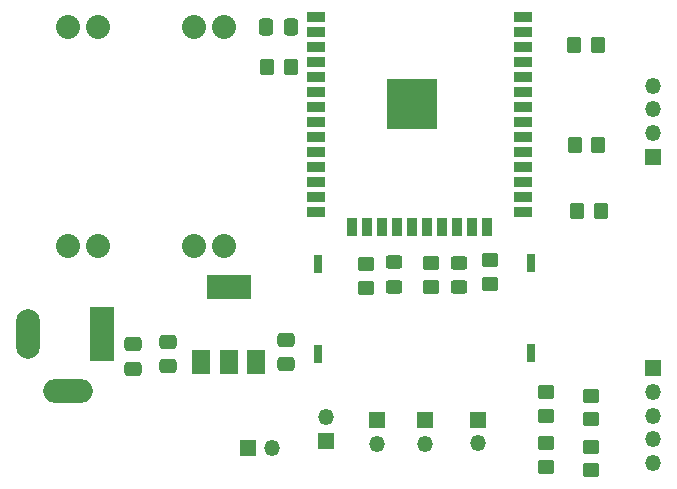
<source format=gbr>
%TF.GenerationSoftware,KiCad,Pcbnew,7.0.1*%
%TF.CreationDate,2023-03-21T16:33:25+01:00*%
%TF.ProjectId,Laserdinges,4c617365-7264-4696-9e67-65732e6b6963,rev?*%
%TF.SameCoordinates,Original*%
%TF.FileFunction,Soldermask,Top*%
%TF.FilePolarity,Negative*%
%FSLAX46Y46*%
G04 Gerber Fmt 4.6, Leading zero omitted, Abs format (unit mm)*
G04 Created by KiCad (PCBNEW 7.0.1) date 2023-03-21 16:33:25*
%MOMM*%
%LPD*%
G01*
G04 APERTURE LIST*
G04 Aperture macros list*
%AMRoundRect*
0 Rectangle with rounded corners*
0 $1 Rounding radius*
0 $2 $3 $4 $5 $6 $7 $8 $9 X,Y pos of 4 corners*
0 Add a 4 corners polygon primitive as box body*
4,1,4,$2,$3,$4,$5,$6,$7,$8,$9,$2,$3,0*
0 Add four circle primitives for the rounded corners*
1,1,$1+$1,$2,$3*
1,1,$1+$1,$4,$5*
1,1,$1+$1,$6,$7*
1,1,$1+$1,$8,$9*
0 Add four rect primitives between the rounded corners*
20,1,$1+$1,$2,$3,$4,$5,0*
20,1,$1+$1,$4,$5,$6,$7,0*
20,1,$1+$1,$6,$7,$8,$9,0*
20,1,$1+$1,$8,$9,$2,$3,0*%
G04 Aperture macros list end*
%ADD10R,1.500000X0.900000*%
%ADD11R,0.900000X1.500000*%
%ADD12C,0.600000*%
%ADD13R,4.200000X4.200000*%
%ADD14O,1.350000X1.350000*%
%ADD15R,1.350000X1.350000*%
%ADD16RoundRect,0.250000X0.350000X0.450000X-0.350000X0.450000X-0.350000X-0.450000X0.350000X-0.450000X0*%
%ADD17RoundRect,0.250000X-0.350000X-0.450000X0.350000X-0.450000X0.350000X0.450000X-0.350000X0.450000X0*%
%ADD18RoundRect,0.250000X-0.475000X0.337500X-0.475000X-0.337500X0.475000X-0.337500X0.475000X0.337500X0*%
%ADD19RoundRect,0.250000X0.450000X-0.325000X0.450000X0.325000X-0.450000X0.325000X-0.450000X-0.325000X0*%
%ADD20RoundRect,0.250000X0.450000X-0.350000X0.450000X0.350000X-0.450000X0.350000X-0.450000X-0.350000X0*%
%ADD21R,2.000000X4.600000*%
%ADD22O,2.000000X4.200000*%
%ADD23O,4.200000X2.000000*%
%ADD24R,0.760000X1.600000*%
%ADD25RoundRect,0.250000X-0.450000X0.350000X-0.450000X-0.350000X0.450000X-0.350000X0.450000X0.350000X0*%
%ADD26RoundRect,0.250000X0.475000X-0.337500X0.475000X0.337500X-0.475000X0.337500X-0.475000X-0.337500X0*%
%ADD27C,2.032000*%
%ADD28R,1.500000X2.000000*%
%ADD29R,3.800000X2.000000*%
%ADD30RoundRect,0.250000X0.337500X0.475000X-0.337500X0.475000X-0.337500X-0.475000X0.337500X-0.475000X0*%
G04 APERTURE END LIST*
D10*
%TO.C,U1*%
X105058400Y-64632600D03*
X105058400Y-65902600D03*
X105058400Y-67172600D03*
X105058400Y-68442600D03*
X105058400Y-69712600D03*
X105058400Y-70982600D03*
X105058400Y-72252600D03*
X105058400Y-73522600D03*
X105058400Y-74792600D03*
X105058400Y-76062600D03*
X105058400Y-77332600D03*
X105058400Y-78602600D03*
X105058400Y-79872600D03*
X105058400Y-81142600D03*
D11*
X108098400Y-82392600D03*
X109368400Y-82392600D03*
X110638400Y-82392600D03*
X111908400Y-82392600D03*
X113178400Y-82392600D03*
X114448400Y-82392600D03*
X115718400Y-82392600D03*
X116988400Y-82392600D03*
X118258400Y-82392600D03*
X119528400Y-82392600D03*
D10*
X122558400Y-81142600D03*
X122558400Y-79872600D03*
X122558400Y-78602600D03*
X122558400Y-77332600D03*
X122558400Y-76062600D03*
X122558400Y-74792600D03*
X122558400Y-73522600D03*
X122558400Y-72252600D03*
X122558400Y-70982600D03*
X122558400Y-69712600D03*
X122558400Y-68442600D03*
X122558400Y-67172600D03*
X122558400Y-65902600D03*
X122558400Y-64632600D03*
D12*
X111603400Y-71210100D03*
X113890900Y-73497600D03*
X113890900Y-70447600D03*
X111603400Y-72735100D03*
X112365900Y-73497600D03*
X112365900Y-70447600D03*
X114653400Y-71210100D03*
X113128400Y-72735100D03*
X113890900Y-71972600D03*
X112365900Y-71972600D03*
D13*
X113128400Y-71972600D03*
D12*
X114653400Y-72735100D03*
X113128400Y-71210100D03*
%TD*%
D14*
%TO.C,SW3*%
X105902200Y-98511800D03*
D15*
X105902200Y-100511800D03*
%TD*%
%TO.C,J1*%
X133588200Y-76460800D03*
D14*
X133588200Y-74460800D03*
X133588200Y-72460800D03*
X133588200Y-70460800D03*
%TD*%
D16*
%TO.C,R5*%
X128898600Y-66999800D03*
X126898600Y-66999800D03*
%TD*%
D17*
%TO.C,R1*%
X100879600Y-68879400D03*
X102879600Y-68879400D03*
%TD*%
D18*
%TO.C,C3*%
X92491000Y-92120400D03*
X92491000Y-94195400D03*
%TD*%
D19*
%TO.C,D1*%
X117154400Y-87490200D03*
X117154400Y-85440200D03*
%TD*%
%TO.C,D2*%
X111642600Y-87455800D03*
X111642600Y-85405800D03*
%TD*%
D16*
%TO.C,R2*%
X129152600Y-81020600D03*
X127152600Y-81020600D03*
%TD*%
D20*
%TO.C,R3*%
X119719800Y-87237000D03*
X119719800Y-85237000D03*
%TD*%
%TO.C,R7*%
X114716000Y-87456200D03*
X114716000Y-85456200D03*
%TD*%
D21*
%TO.C,J2*%
X86928400Y-91460000D03*
D22*
X80628400Y-91460000D03*
D23*
X84028400Y-96260000D03*
%TD*%
D24*
%TO.C,SW2*%
X123225000Y-93085600D03*
X123225000Y-85465600D03*
%TD*%
D25*
%TO.C,R8*%
X128330400Y-96692400D03*
X128330400Y-98692400D03*
%TD*%
D26*
%TO.C,C4*%
X89519200Y-94402500D03*
X89519200Y-92327500D03*
%TD*%
D16*
%TO.C,R6*%
X128924000Y-75508800D03*
X126924000Y-75508800D03*
%TD*%
D27*
%TO.C,U4*%
X84032800Y-83992400D03*
X86572800Y-83992400D03*
X94700800Y-83992400D03*
X97240800Y-83992400D03*
X97240800Y-65450400D03*
X94700800Y-65450400D03*
X86572800Y-65450400D03*
X84032800Y-65450400D03*
%TD*%
D28*
%TO.C,U2*%
X95321800Y-93823000D03*
D29*
X97621800Y-87523000D03*
D28*
X97621800Y-93823000D03*
X99921800Y-93823000D03*
%TD*%
D25*
%TO.C,R11*%
X124469600Y-100696200D03*
X124469600Y-102696200D03*
%TD*%
D30*
%TO.C,C1*%
X102879600Y-65450400D03*
X100804600Y-65450400D03*
%TD*%
D24*
%TO.C,SW1*%
X105191000Y-85567200D03*
X105191000Y-93187200D03*
%TD*%
D26*
%TO.C,C2*%
X102498600Y-94017600D03*
X102498600Y-91942600D03*
%TD*%
D25*
%TO.C,R9*%
X128330400Y-101010400D03*
X128330400Y-103010400D03*
%TD*%
%TO.C,R10*%
X124469600Y-96378200D03*
X124469600Y-98378200D03*
%TD*%
D20*
%TO.C,R4*%
X109255000Y-87557800D03*
X109255000Y-85557800D03*
%TD*%
D14*
%TO.C,SW4*%
X110169400Y-100791200D03*
D15*
X110169400Y-98791200D03*
%TD*%
D14*
%TO.C,SW5*%
X114233400Y-100775200D03*
D15*
X114233400Y-98775200D03*
%TD*%
D14*
%TO.C,SW6*%
X118729200Y-100724400D03*
D15*
X118729200Y-98724400D03*
%TD*%
D14*
%TO.C,U3*%
X133562800Y-102394200D03*
X133562800Y-100394200D03*
X133562800Y-98394200D03*
X133562800Y-96394200D03*
D15*
X133562800Y-94394200D03*
%TD*%
D14*
%TO.C,U5*%
X101279400Y-101112000D03*
D15*
X99279400Y-101112000D03*
%TD*%
M02*

</source>
